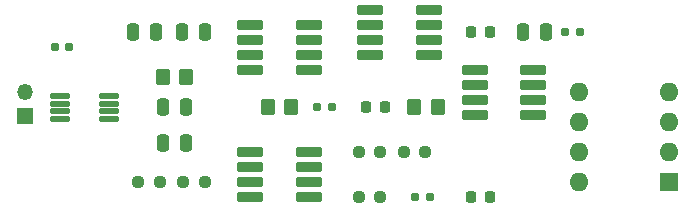
<source format=gbr>
%TF.GenerationSoftware,KiCad,Pcbnew,8.0.4*%
%TF.CreationDate,2024-11-18T10:32:11-08:00*%
%TF.ProjectId,Channel,4368616e-6e65-46c2-9e6b-696361645f70,rev?*%
%TF.SameCoordinates,Original*%
%TF.FileFunction,Soldermask,Top*%
%TF.FilePolarity,Negative*%
%FSLAX46Y46*%
G04 Gerber Fmt 4.6, Leading zero omitted, Abs format (unit mm)*
G04 Created by KiCad (PCBNEW 8.0.4) date 2024-11-18 10:32:11*
%MOMM*%
%LPD*%
G01*
G04 APERTURE LIST*
G04 Aperture macros list*
%AMRoundRect*
0 Rectangle with rounded corners*
0 $1 Rounding radius*
0 $2 $3 $4 $5 $6 $7 $8 $9 X,Y pos of 4 corners*
0 Add a 4 corners polygon primitive as box body*
4,1,4,$2,$3,$4,$5,$6,$7,$8,$9,$2,$3,0*
0 Add four circle primitives for the rounded corners*
1,1,$1+$1,$2,$3*
1,1,$1+$1,$4,$5*
1,1,$1+$1,$6,$7*
1,1,$1+$1,$8,$9*
0 Add four rect primitives between the rounded corners*
20,1,$1+$1,$2,$3,$4,$5,0*
20,1,$1+$1,$4,$5,$6,$7,0*
20,1,$1+$1,$6,$7,$8,$9,0*
20,1,$1+$1,$8,$9,$2,$3,0*%
G04 Aperture macros list end*
%ADD10R,1.600000X1.600000*%
%ADD11O,1.600000X1.600000*%
%ADD12RoundRect,0.225000X-0.225000X-0.250000X0.225000X-0.250000X0.225000X0.250000X-0.225000X0.250000X0*%
%ADD13RoundRect,0.125000X-0.687500X-0.125000X0.687500X-0.125000X0.687500X0.125000X-0.687500X0.125000X0*%
%ADD14RoundRect,0.250000X-0.250000X-0.475000X0.250000X-0.475000X0.250000X0.475000X-0.250000X0.475000X0*%
%ADD15RoundRect,0.100500X-0.986500X-0.301500X0.986500X-0.301500X0.986500X0.301500X-0.986500X0.301500X0*%
%ADD16RoundRect,0.237500X0.250000X0.237500X-0.250000X0.237500X-0.250000X-0.237500X0.250000X-0.237500X0*%
%ADD17RoundRect,0.160000X-0.197500X-0.160000X0.197500X-0.160000X0.197500X0.160000X-0.197500X0.160000X0*%
%ADD18RoundRect,0.237500X-0.250000X-0.237500X0.250000X-0.237500X0.250000X0.237500X-0.250000X0.237500X0*%
%ADD19R,1.350000X1.350000*%
%ADD20O,1.350000X1.350000*%
%ADD21RoundRect,0.250000X-0.350000X-0.450000X0.350000X-0.450000X0.350000X0.450000X-0.350000X0.450000X0*%
%ADD22RoundRect,0.100500X0.986500X0.301500X-0.986500X0.301500X-0.986500X-0.301500X0.986500X-0.301500X0*%
%ADD23RoundRect,0.225000X0.225000X0.250000X-0.225000X0.250000X-0.225000X-0.250000X0.225000X-0.250000X0*%
G04 APERTURE END LIST*
D10*
%TO.C,U6*%
X134610000Y-87620000D03*
D11*
X134610000Y-85080000D03*
X134610000Y-82540000D03*
X134610000Y-80000000D03*
X126990000Y-80000000D03*
X126990000Y-82540000D03*
X126990000Y-85080000D03*
X126990000Y-87620000D03*
%TD*%
D12*
%TO.C,C7*%
X117830000Y-88900000D03*
X119380000Y-88900000D03*
%TD*%
D13*
%TO.C,U1*%
X82977500Y-80305000D03*
X82977500Y-80955000D03*
X82977500Y-81605000D03*
X82977500Y-82255000D03*
X87202500Y-82255000D03*
X87202500Y-81605000D03*
X87202500Y-80955000D03*
X87202500Y-80305000D03*
%TD*%
D14*
%TO.C,C3*%
X91760000Y-84290000D03*
X93660000Y-84290000D03*
%TD*%
%TO.C,C2*%
X91760000Y-81280000D03*
X93660000Y-81280000D03*
%TD*%
%TO.C,C1*%
X89220000Y-74930000D03*
X91120000Y-74930000D03*
%TD*%
D15*
%TO.C,U3*%
X99130000Y-85090000D03*
X99130000Y-86360000D03*
X99130000Y-87630000D03*
X99130000Y-88900000D03*
X104070000Y-88900000D03*
X104070000Y-87630000D03*
X104070000Y-86360000D03*
X104070000Y-85090000D03*
%TD*%
D16*
%TO.C,R2*%
X91440000Y-87630000D03*
X89615000Y-87630000D03*
%TD*%
D17*
%TO.C,R6*%
X104812500Y-81280000D03*
X106007500Y-81280000D03*
%TD*%
%TO.C,R1*%
X82550000Y-76200000D03*
X83745000Y-76200000D03*
%TD*%
D15*
%TO.C,U2*%
X99130000Y-74295000D03*
X99130000Y-75565000D03*
X99130000Y-76835000D03*
X99130000Y-78105000D03*
X104070000Y-78105000D03*
X104070000Y-76835000D03*
X104070000Y-75565000D03*
X104070000Y-74295000D03*
%TD*%
D18*
%TO.C,R11*%
X108307500Y-88900000D03*
X110132500Y-88900000D03*
%TD*%
D14*
%TO.C,C4*%
X93350000Y-74930000D03*
X95250000Y-74930000D03*
%TD*%
D18*
%TO.C,R7*%
X108307500Y-85090000D03*
X110132500Y-85090000D03*
%TD*%
D17*
%TO.C,R12*%
X125805000Y-74930000D03*
X127000000Y-74930000D03*
%TD*%
D19*
%TO.C,J1*%
X80010000Y-82010000D03*
D20*
X80010000Y-80010000D03*
%TD*%
D21*
%TO.C,R5*%
X100600000Y-81280000D03*
X102600000Y-81280000D03*
%TD*%
D16*
%TO.C,R4*%
X95250000Y-87630000D03*
X93425000Y-87630000D03*
%TD*%
D14*
%TO.C,C8*%
X122240000Y-74930000D03*
X124140000Y-74930000D03*
%TD*%
D22*
%TO.C,U4*%
X114230000Y-76835000D03*
X114230000Y-75565000D03*
X114230000Y-74295000D03*
X114230000Y-73025000D03*
X109290000Y-73025000D03*
X109290000Y-74295000D03*
X109290000Y-75565000D03*
X109290000Y-76835000D03*
%TD*%
D17*
%TO.C,R10*%
X113105000Y-88900000D03*
X114300000Y-88900000D03*
%TD*%
D21*
%TO.C,R9*%
X113020000Y-81280000D03*
X115020000Y-81280000D03*
%TD*%
D12*
%TO.C,C5*%
X117830000Y-74930000D03*
X119380000Y-74930000D03*
%TD*%
D21*
%TO.C,R3*%
X91710000Y-78740000D03*
X93710000Y-78740000D03*
%TD*%
D23*
%TO.C,C6*%
X110490000Y-81280000D03*
X108940000Y-81280000D03*
%TD*%
D18*
%TO.C,R8*%
X112117500Y-85090000D03*
X113942500Y-85090000D03*
%TD*%
D22*
%TO.C,U5*%
X123050000Y-81915000D03*
X123050000Y-80645000D03*
X123050000Y-79375000D03*
X123050000Y-78105000D03*
X118110000Y-78105000D03*
X118110000Y-79375000D03*
X118110000Y-80645000D03*
X118110000Y-81915000D03*
%TD*%
M02*

</source>
